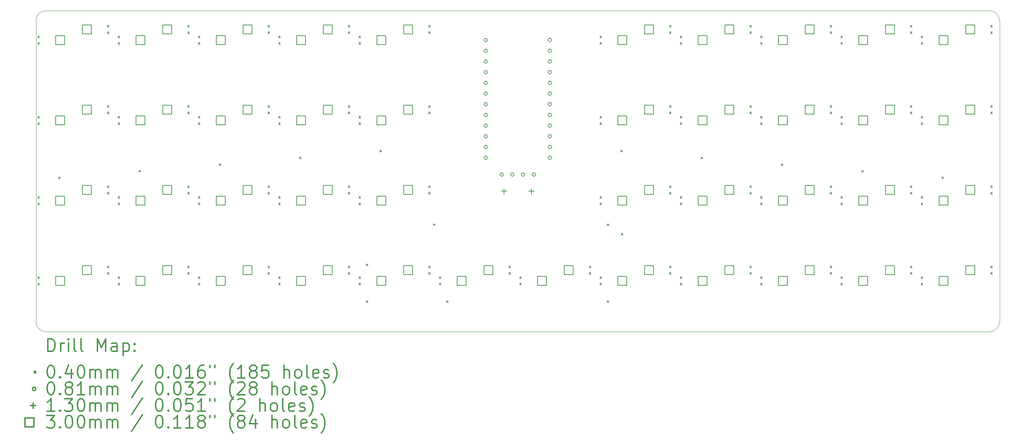
<source format=gbr>
%FSLAX45Y45*%
G04 Gerber Fmt 4.5, Leading zero omitted, Abs format (unit mm)*
G04 Created by KiCad (PCBNEW 5.1.9+dfsg1-1) date 2022-03-28 16:07:04*
%MOMM*%
%LPD*%
G01*
G04 APERTURE LIST*
%TA.AperFunction,Profile*%
%ADD10C,0.050000*%
%TD*%
%ADD11C,0.200000*%
%ADD12C,0.300000*%
G04 APERTURE END LIST*
D10*
X3413125Y-10795000D02*
X25796875Y-10795000D01*
X3175000Y-3413125D02*
X3175000Y-10556875D01*
X25796875Y-3175000D02*
X3413125Y-3175000D01*
X26035000Y-10556875D02*
X26035000Y-3413125D01*
X26035000Y-10556875D02*
G75*
G02*
X25796875Y-10795000I-238125J0D01*
G01*
X3413125Y-10795000D02*
G75*
G02*
X3175000Y-10556875I0J238125D01*
G01*
X3175000Y-3413125D02*
G75*
G02*
X3413125Y-3175000I238125J0D01*
G01*
X25796875Y-3175000D02*
G75*
G02*
X26035000Y-3413125I0J-238125D01*
G01*
D11*
X3218500Y-3777300D02*
X3258500Y-3817300D01*
X3258500Y-3777300D02*
X3218500Y-3817300D01*
X3218500Y-3929700D02*
X3258500Y-3969700D01*
X3258500Y-3929700D02*
X3218500Y-3969700D01*
X3218500Y-5682300D02*
X3258500Y-5722300D01*
X3258500Y-5682300D02*
X3218500Y-5722300D01*
X3218500Y-5834700D02*
X3258500Y-5874700D01*
X3258500Y-5834700D02*
X3218500Y-5874700D01*
X3218500Y-7587300D02*
X3258500Y-7627300D01*
X3258500Y-7587300D02*
X3218500Y-7627300D01*
X3218500Y-7739700D02*
X3258500Y-7779700D01*
X3258500Y-7739700D02*
X3218500Y-7779700D01*
X3218500Y-9492300D02*
X3258500Y-9532300D01*
X3258500Y-9492300D02*
X3218500Y-9532300D01*
X3218500Y-9644700D02*
X3258500Y-9684700D01*
X3258500Y-9644700D02*
X3218500Y-9684700D01*
X3710625Y-7123750D02*
X3750625Y-7163750D01*
X3750625Y-7123750D02*
X3710625Y-7163750D01*
X4869500Y-3523300D02*
X4909500Y-3563300D01*
X4909500Y-3523300D02*
X4869500Y-3563300D01*
X4869500Y-3675700D02*
X4909500Y-3715700D01*
X4909500Y-3675700D02*
X4869500Y-3715700D01*
X4869500Y-5428300D02*
X4909500Y-5468300D01*
X4909500Y-5428300D02*
X4869500Y-5468300D01*
X4869500Y-5580700D02*
X4909500Y-5620700D01*
X4909500Y-5580700D02*
X4869500Y-5620700D01*
X4869500Y-7333300D02*
X4909500Y-7373300D01*
X4909500Y-7333300D02*
X4869500Y-7373300D01*
X4869500Y-7485700D02*
X4909500Y-7525700D01*
X4909500Y-7485700D02*
X4869500Y-7525700D01*
X4869500Y-9238300D02*
X4909500Y-9278300D01*
X4909500Y-9238300D02*
X4869500Y-9278300D01*
X4869500Y-9390700D02*
X4909500Y-9430700D01*
X4909500Y-9390700D02*
X4869500Y-9430700D01*
X5123500Y-3777300D02*
X5163500Y-3817300D01*
X5163500Y-3777300D02*
X5123500Y-3817300D01*
X5123500Y-3929700D02*
X5163500Y-3969700D01*
X5163500Y-3929700D02*
X5123500Y-3969700D01*
X5123500Y-5682300D02*
X5163500Y-5722300D01*
X5163500Y-5682300D02*
X5123500Y-5722300D01*
X5123500Y-5834700D02*
X5163500Y-5874700D01*
X5163500Y-5834700D02*
X5123500Y-5874700D01*
X5123500Y-7587300D02*
X5163500Y-7627300D01*
X5163500Y-7587300D02*
X5123500Y-7627300D01*
X5123500Y-7739700D02*
X5163500Y-7779700D01*
X5163500Y-7739700D02*
X5123500Y-7779700D01*
X5123500Y-9492300D02*
X5163500Y-9532300D01*
X5163500Y-9492300D02*
X5123500Y-9532300D01*
X5123500Y-9644700D02*
X5163500Y-9684700D01*
X5163500Y-9644700D02*
X5123500Y-9684700D01*
X5615625Y-6965000D02*
X5655625Y-7005000D01*
X5655625Y-6965000D02*
X5615625Y-7005000D01*
X6774500Y-3523300D02*
X6814500Y-3563300D01*
X6814500Y-3523300D02*
X6774500Y-3563300D01*
X6774500Y-3675700D02*
X6814500Y-3715700D01*
X6814500Y-3675700D02*
X6774500Y-3715700D01*
X6774500Y-5428300D02*
X6814500Y-5468300D01*
X6814500Y-5428300D02*
X6774500Y-5468300D01*
X6774500Y-5580700D02*
X6814500Y-5620700D01*
X6814500Y-5580700D02*
X6774500Y-5620700D01*
X6774500Y-7333300D02*
X6814500Y-7373300D01*
X6814500Y-7333300D02*
X6774500Y-7373300D01*
X6774500Y-7485700D02*
X6814500Y-7525700D01*
X6814500Y-7485700D02*
X6774500Y-7525700D01*
X6774500Y-9238300D02*
X6814500Y-9278300D01*
X6814500Y-9238300D02*
X6774500Y-9278300D01*
X6774500Y-9390700D02*
X6814500Y-9430700D01*
X6814500Y-9390700D02*
X6774500Y-9430700D01*
X7028500Y-3777300D02*
X7068500Y-3817300D01*
X7068500Y-3777300D02*
X7028500Y-3817300D01*
X7028500Y-3929700D02*
X7068500Y-3969700D01*
X7068500Y-3929700D02*
X7028500Y-3969700D01*
X7028500Y-5682300D02*
X7068500Y-5722300D01*
X7068500Y-5682300D02*
X7028500Y-5722300D01*
X7028500Y-5834700D02*
X7068500Y-5874700D01*
X7068500Y-5834700D02*
X7028500Y-5874700D01*
X7028500Y-7587300D02*
X7068500Y-7627300D01*
X7068500Y-7587300D02*
X7028500Y-7627300D01*
X7028500Y-7739700D02*
X7068500Y-7779700D01*
X7068500Y-7739700D02*
X7028500Y-7779700D01*
X7028500Y-9492300D02*
X7068500Y-9532300D01*
X7068500Y-9492300D02*
X7028500Y-9532300D01*
X7028500Y-9644700D02*
X7068500Y-9684700D01*
X7068500Y-9644700D02*
X7028500Y-9684700D01*
X7520625Y-6806250D02*
X7560625Y-6846250D01*
X7560625Y-6806250D02*
X7520625Y-6846250D01*
X8679500Y-3523300D02*
X8719500Y-3563300D01*
X8719500Y-3523300D02*
X8679500Y-3563300D01*
X8679500Y-3675700D02*
X8719500Y-3715700D01*
X8719500Y-3675700D02*
X8679500Y-3715700D01*
X8679500Y-5428300D02*
X8719500Y-5468300D01*
X8719500Y-5428300D02*
X8679500Y-5468300D01*
X8679500Y-5580700D02*
X8719500Y-5620700D01*
X8719500Y-5580700D02*
X8679500Y-5620700D01*
X8679500Y-7333300D02*
X8719500Y-7373300D01*
X8719500Y-7333300D02*
X8679500Y-7373300D01*
X8679500Y-7485700D02*
X8719500Y-7525700D01*
X8719500Y-7485700D02*
X8679500Y-7525700D01*
X8679500Y-9238300D02*
X8719500Y-9278300D01*
X8719500Y-9238300D02*
X8679500Y-9278300D01*
X8679500Y-9390700D02*
X8719500Y-9430700D01*
X8719500Y-9390700D02*
X8679500Y-9430700D01*
X8933500Y-3777300D02*
X8973500Y-3817300D01*
X8973500Y-3777300D02*
X8933500Y-3817300D01*
X8933500Y-3929700D02*
X8973500Y-3969700D01*
X8973500Y-3929700D02*
X8933500Y-3969700D01*
X8933500Y-5682300D02*
X8973500Y-5722300D01*
X8973500Y-5682300D02*
X8933500Y-5722300D01*
X8933500Y-5834700D02*
X8973500Y-5874700D01*
X8973500Y-5834700D02*
X8933500Y-5874700D01*
X8933500Y-7587300D02*
X8973500Y-7627300D01*
X8973500Y-7587300D02*
X8933500Y-7627300D01*
X8933500Y-7739700D02*
X8973500Y-7779700D01*
X8973500Y-7739700D02*
X8933500Y-7779700D01*
X8933500Y-9492300D02*
X8973500Y-9532300D01*
X8973500Y-9492300D02*
X8933500Y-9532300D01*
X8933500Y-9644700D02*
X8973500Y-9684700D01*
X8973500Y-9644700D02*
X8933500Y-9684700D01*
X9425625Y-6647500D02*
X9465625Y-6687500D01*
X9465625Y-6647500D02*
X9425625Y-6687500D01*
X10584500Y-3523300D02*
X10624500Y-3563300D01*
X10624500Y-3523300D02*
X10584500Y-3563300D01*
X10584500Y-3675700D02*
X10624500Y-3715700D01*
X10624500Y-3675700D02*
X10584500Y-3715700D01*
X10584500Y-5428300D02*
X10624500Y-5468300D01*
X10624500Y-5428300D02*
X10584500Y-5468300D01*
X10584500Y-5580700D02*
X10624500Y-5620700D01*
X10624500Y-5580700D02*
X10584500Y-5620700D01*
X10584500Y-7333300D02*
X10624500Y-7373300D01*
X10624500Y-7333300D02*
X10584500Y-7373300D01*
X10584500Y-7485700D02*
X10624500Y-7525700D01*
X10624500Y-7485700D02*
X10584500Y-7525700D01*
X10584500Y-9238300D02*
X10624500Y-9278300D01*
X10624500Y-9238300D02*
X10584500Y-9278300D01*
X10584500Y-9390700D02*
X10624500Y-9430700D01*
X10624500Y-9390700D02*
X10584500Y-9430700D01*
X10838500Y-3777300D02*
X10878500Y-3817300D01*
X10878500Y-3777300D02*
X10838500Y-3817300D01*
X10838500Y-3929700D02*
X10878500Y-3969700D01*
X10878500Y-3929700D02*
X10838500Y-3969700D01*
X10838500Y-5682300D02*
X10878500Y-5722300D01*
X10878500Y-5682300D02*
X10838500Y-5722300D01*
X10838500Y-5834700D02*
X10878500Y-5874700D01*
X10878500Y-5834700D02*
X10838500Y-5874700D01*
X10838500Y-7587300D02*
X10878500Y-7627300D01*
X10878500Y-7587300D02*
X10838500Y-7627300D01*
X10838500Y-7739700D02*
X10878500Y-7779700D01*
X10878500Y-7739700D02*
X10838500Y-7779700D01*
X10838500Y-9492300D02*
X10878500Y-9532300D01*
X10878500Y-9492300D02*
X10838500Y-9532300D01*
X10838500Y-9644700D02*
X10878500Y-9684700D01*
X10878500Y-9644700D02*
X10838500Y-9684700D01*
X11013125Y-9187500D02*
X11053125Y-9227500D01*
X11053125Y-9187500D02*
X11013125Y-9227500D01*
X11013125Y-10060625D02*
X11053125Y-10100625D01*
X11053125Y-10060625D02*
X11013125Y-10100625D01*
X11330625Y-6488750D02*
X11370625Y-6528750D01*
X11370625Y-6488750D02*
X11330625Y-6528750D01*
X12489500Y-3523300D02*
X12529500Y-3563300D01*
X12529500Y-3523300D02*
X12489500Y-3563300D01*
X12489500Y-3675700D02*
X12529500Y-3715700D01*
X12529500Y-3675700D02*
X12489500Y-3715700D01*
X12489500Y-5428300D02*
X12529500Y-5468300D01*
X12529500Y-5428300D02*
X12489500Y-5468300D01*
X12489500Y-5580700D02*
X12529500Y-5620700D01*
X12529500Y-5580700D02*
X12489500Y-5620700D01*
X12489500Y-7333300D02*
X12529500Y-7373300D01*
X12529500Y-7333300D02*
X12489500Y-7373300D01*
X12489500Y-7485700D02*
X12529500Y-7525700D01*
X12529500Y-7485700D02*
X12489500Y-7525700D01*
X12489500Y-9238300D02*
X12529500Y-9278300D01*
X12529500Y-9238300D02*
X12489500Y-9278300D01*
X12489500Y-9390700D02*
X12529500Y-9430700D01*
X12529500Y-9390700D02*
X12489500Y-9430700D01*
X12600625Y-8235000D02*
X12640625Y-8275000D01*
X12640625Y-8235000D02*
X12600625Y-8275000D01*
X12743500Y-9492300D02*
X12783500Y-9532300D01*
X12783500Y-9492300D02*
X12743500Y-9532300D01*
X12743500Y-9644700D02*
X12783500Y-9684700D01*
X12783500Y-9644700D02*
X12743500Y-9684700D01*
X12918125Y-10060625D02*
X12958125Y-10100625D01*
X12958125Y-10060625D02*
X12918125Y-10100625D01*
X14394500Y-9238300D02*
X14434500Y-9278300D01*
X14434500Y-9238300D02*
X14394500Y-9278300D01*
X14394500Y-9390700D02*
X14434500Y-9430700D01*
X14434500Y-9390700D02*
X14394500Y-9430700D01*
X14648500Y-9492300D02*
X14688500Y-9532300D01*
X14688500Y-9492300D02*
X14648500Y-9532300D01*
X14648500Y-9644700D02*
X14688500Y-9684700D01*
X14688500Y-9644700D02*
X14648500Y-9684700D01*
X16299500Y-9238300D02*
X16339500Y-9278300D01*
X16339500Y-9238300D02*
X16299500Y-9278300D01*
X16299500Y-9390700D02*
X16339500Y-9430700D01*
X16339500Y-9390700D02*
X16299500Y-9430700D01*
X16553500Y-3777300D02*
X16593500Y-3817300D01*
X16593500Y-3777300D02*
X16553500Y-3817300D01*
X16553500Y-3929700D02*
X16593500Y-3969700D01*
X16593500Y-3929700D02*
X16553500Y-3969700D01*
X16553500Y-5682300D02*
X16593500Y-5722300D01*
X16593500Y-5682300D02*
X16553500Y-5722300D01*
X16553500Y-5834700D02*
X16593500Y-5874700D01*
X16593500Y-5834700D02*
X16553500Y-5874700D01*
X16553500Y-7587300D02*
X16593500Y-7627300D01*
X16593500Y-7587300D02*
X16553500Y-7627300D01*
X16553500Y-7739700D02*
X16593500Y-7779700D01*
X16593500Y-7739700D02*
X16553500Y-7779700D01*
X16553500Y-9492300D02*
X16593500Y-9532300D01*
X16593500Y-9492300D02*
X16553500Y-9532300D01*
X16553500Y-9644700D02*
X16593500Y-9684700D01*
X16593500Y-9644700D02*
X16553500Y-9684700D01*
X16728125Y-8235000D02*
X16768125Y-8275000D01*
X16768125Y-8235000D02*
X16728125Y-8275000D01*
X16728125Y-10060625D02*
X16768125Y-10100625D01*
X16768125Y-10060625D02*
X16728125Y-10100625D01*
X17045625Y-6488750D02*
X17085625Y-6528750D01*
X17085625Y-6488750D02*
X17045625Y-6528750D01*
X17061500Y-8457250D02*
X17101500Y-8497250D01*
X17101500Y-8457250D02*
X17061500Y-8497250D01*
X18204500Y-3523300D02*
X18244500Y-3563300D01*
X18244500Y-3523300D02*
X18204500Y-3563300D01*
X18204500Y-3675700D02*
X18244500Y-3715700D01*
X18244500Y-3675700D02*
X18204500Y-3715700D01*
X18204500Y-5428300D02*
X18244500Y-5468300D01*
X18244500Y-5428300D02*
X18204500Y-5468300D01*
X18204500Y-5580700D02*
X18244500Y-5620700D01*
X18244500Y-5580700D02*
X18204500Y-5620700D01*
X18204500Y-7333300D02*
X18244500Y-7373300D01*
X18244500Y-7333300D02*
X18204500Y-7373300D01*
X18204500Y-7485700D02*
X18244500Y-7525700D01*
X18244500Y-7485700D02*
X18204500Y-7525700D01*
X18204500Y-9238300D02*
X18244500Y-9278300D01*
X18244500Y-9238300D02*
X18204500Y-9278300D01*
X18204500Y-9390700D02*
X18244500Y-9430700D01*
X18244500Y-9390700D02*
X18204500Y-9430700D01*
X18458500Y-3777300D02*
X18498500Y-3817300D01*
X18498500Y-3777300D02*
X18458500Y-3817300D01*
X18458500Y-3929700D02*
X18498500Y-3969700D01*
X18498500Y-3929700D02*
X18458500Y-3969700D01*
X18458500Y-5682300D02*
X18498500Y-5722300D01*
X18498500Y-5682300D02*
X18458500Y-5722300D01*
X18458500Y-5834700D02*
X18498500Y-5874700D01*
X18498500Y-5834700D02*
X18458500Y-5874700D01*
X18458500Y-7587300D02*
X18498500Y-7627300D01*
X18498500Y-7587300D02*
X18458500Y-7627300D01*
X18458500Y-7739700D02*
X18498500Y-7779700D01*
X18498500Y-7739700D02*
X18458500Y-7779700D01*
X18458500Y-9492300D02*
X18498500Y-9532300D01*
X18498500Y-9492300D02*
X18458500Y-9532300D01*
X18458500Y-9644700D02*
X18498500Y-9684700D01*
X18498500Y-9644700D02*
X18458500Y-9684700D01*
X18950625Y-6647500D02*
X18990625Y-6687500D01*
X18990625Y-6647500D02*
X18950625Y-6687500D01*
X20109500Y-3523300D02*
X20149500Y-3563300D01*
X20149500Y-3523300D02*
X20109500Y-3563300D01*
X20109500Y-3675700D02*
X20149500Y-3715700D01*
X20149500Y-3675700D02*
X20109500Y-3715700D01*
X20109500Y-5428300D02*
X20149500Y-5468300D01*
X20149500Y-5428300D02*
X20109500Y-5468300D01*
X20109500Y-5580700D02*
X20149500Y-5620700D01*
X20149500Y-5580700D02*
X20109500Y-5620700D01*
X20109500Y-7333300D02*
X20149500Y-7373300D01*
X20149500Y-7333300D02*
X20109500Y-7373300D01*
X20109500Y-7485700D02*
X20149500Y-7525700D01*
X20149500Y-7485700D02*
X20109500Y-7525700D01*
X20109500Y-9238300D02*
X20149500Y-9278300D01*
X20149500Y-9238300D02*
X20109500Y-9278300D01*
X20109500Y-9390700D02*
X20149500Y-9430700D01*
X20149500Y-9390700D02*
X20109500Y-9430700D01*
X20363500Y-3777300D02*
X20403500Y-3817300D01*
X20403500Y-3777300D02*
X20363500Y-3817300D01*
X20363500Y-3929700D02*
X20403500Y-3969700D01*
X20403500Y-3929700D02*
X20363500Y-3969700D01*
X20363500Y-5682300D02*
X20403500Y-5722300D01*
X20403500Y-5682300D02*
X20363500Y-5722300D01*
X20363500Y-5834700D02*
X20403500Y-5874700D01*
X20403500Y-5834700D02*
X20363500Y-5874700D01*
X20363500Y-7587300D02*
X20403500Y-7627300D01*
X20403500Y-7587300D02*
X20363500Y-7627300D01*
X20363500Y-7739700D02*
X20403500Y-7779700D01*
X20403500Y-7739700D02*
X20363500Y-7779700D01*
X20363500Y-9492300D02*
X20403500Y-9532300D01*
X20403500Y-9492300D02*
X20363500Y-9532300D01*
X20363500Y-9644700D02*
X20403500Y-9684700D01*
X20403500Y-9644700D02*
X20363500Y-9684700D01*
X20855625Y-6806250D02*
X20895625Y-6846250D01*
X20895625Y-6806250D02*
X20855625Y-6846250D01*
X22014500Y-3523300D02*
X22054500Y-3563300D01*
X22054500Y-3523300D02*
X22014500Y-3563300D01*
X22014500Y-3675700D02*
X22054500Y-3715700D01*
X22054500Y-3675700D02*
X22014500Y-3715700D01*
X22014500Y-5428300D02*
X22054500Y-5468300D01*
X22054500Y-5428300D02*
X22014500Y-5468300D01*
X22014500Y-5580700D02*
X22054500Y-5620700D01*
X22054500Y-5580700D02*
X22014500Y-5620700D01*
X22014500Y-7333300D02*
X22054500Y-7373300D01*
X22054500Y-7333300D02*
X22014500Y-7373300D01*
X22014500Y-7485700D02*
X22054500Y-7525700D01*
X22054500Y-7485700D02*
X22014500Y-7525700D01*
X22014500Y-9238300D02*
X22054500Y-9278300D01*
X22054500Y-9238300D02*
X22014500Y-9278300D01*
X22014500Y-9390700D02*
X22054500Y-9430700D01*
X22054500Y-9390700D02*
X22014500Y-9430700D01*
X22268500Y-3777300D02*
X22308500Y-3817300D01*
X22308500Y-3777300D02*
X22268500Y-3817300D01*
X22268500Y-3929700D02*
X22308500Y-3969700D01*
X22308500Y-3929700D02*
X22268500Y-3969700D01*
X22268500Y-5682300D02*
X22308500Y-5722300D01*
X22308500Y-5682300D02*
X22268500Y-5722300D01*
X22268500Y-5834700D02*
X22308500Y-5874700D01*
X22308500Y-5834700D02*
X22268500Y-5874700D01*
X22268500Y-7587300D02*
X22308500Y-7627300D01*
X22308500Y-7587300D02*
X22268500Y-7627300D01*
X22268500Y-7739700D02*
X22308500Y-7779700D01*
X22308500Y-7739700D02*
X22268500Y-7779700D01*
X22268500Y-9492300D02*
X22308500Y-9532300D01*
X22308500Y-9492300D02*
X22268500Y-9532300D01*
X22268500Y-9644700D02*
X22308500Y-9684700D01*
X22308500Y-9644700D02*
X22268500Y-9684700D01*
X22760625Y-6965000D02*
X22800625Y-7005000D01*
X22800625Y-6965000D02*
X22760625Y-7005000D01*
X23919500Y-3523300D02*
X23959500Y-3563300D01*
X23959500Y-3523300D02*
X23919500Y-3563300D01*
X23919500Y-3675700D02*
X23959500Y-3715700D01*
X23959500Y-3675700D02*
X23919500Y-3715700D01*
X23919500Y-5428300D02*
X23959500Y-5468300D01*
X23959500Y-5428300D02*
X23919500Y-5468300D01*
X23919500Y-5580700D02*
X23959500Y-5620700D01*
X23959500Y-5580700D02*
X23919500Y-5620700D01*
X23919500Y-7333300D02*
X23959500Y-7373300D01*
X23959500Y-7333300D02*
X23919500Y-7373300D01*
X23919500Y-7485700D02*
X23959500Y-7525700D01*
X23959500Y-7485700D02*
X23919500Y-7525700D01*
X23919500Y-9238300D02*
X23959500Y-9278300D01*
X23959500Y-9238300D02*
X23919500Y-9278300D01*
X23919500Y-9390700D02*
X23959500Y-9430700D01*
X23959500Y-9390700D02*
X23919500Y-9430700D01*
X24173500Y-3777300D02*
X24213500Y-3817300D01*
X24213500Y-3777300D02*
X24173500Y-3817300D01*
X24173500Y-3929700D02*
X24213500Y-3969700D01*
X24213500Y-3929700D02*
X24173500Y-3969700D01*
X24173500Y-5682300D02*
X24213500Y-5722300D01*
X24213500Y-5682300D02*
X24173500Y-5722300D01*
X24173500Y-5834700D02*
X24213500Y-5874700D01*
X24213500Y-5834700D02*
X24173500Y-5874700D01*
X24173500Y-7587300D02*
X24213500Y-7627300D01*
X24213500Y-7587300D02*
X24173500Y-7627300D01*
X24173500Y-7739700D02*
X24213500Y-7779700D01*
X24213500Y-7739700D02*
X24173500Y-7779700D01*
X24173500Y-9492300D02*
X24213500Y-9532300D01*
X24213500Y-9492300D02*
X24173500Y-9532300D01*
X24173500Y-9644700D02*
X24213500Y-9684700D01*
X24213500Y-9644700D02*
X24173500Y-9684700D01*
X24665625Y-7123750D02*
X24705625Y-7163750D01*
X24705625Y-7123750D02*
X24665625Y-7163750D01*
X25824500Y-3523300D02*
X25864500Y-3563300D01*
X25864500Y-3523300D02*
X25824500Y-3563300D01*
X25824500Y-3675700D02*
X25864500Y-3715700D01*
X25864500Y-3675700D02*
X25824500Y-3715700D01*
X25824500Y-5428300D02*
X25864500Y-5468300D01*
X25864500Y-5428300D02*
X25824500Y-5468300D01*
X25824500Y-5580700D02*
X25864500Y-5620700D01*
X25864500Y-5580700D02*
X25824500Y-5620700D01*
X25824500Y-7333300D02*
X25864500Y-7373300D01*
X25864500Y-7333300D02*
X25824500Y-7373300D01*
X25824500Y-7485700D02*
X25864500Y-7525700D01*
X25864500Y-7485700D02*
X25824500Y-7525700D01*
X25824500Y-9238300D02*
X25864500Y-9278300D01*
X25864500Y-9238300D02*
X25824500Y-9278300D01*
X25824500Y-9390700D02*
X25864500Y-9430700D01*
X25864500Y-9390700D02*
X25824500Y-9430700D01*
X13884780Y-3870325D02*
G75*
G03*
X13884780Y-3870325I-40640J0D01*
G01*
X13884780Y-4124325D02*
G75*
G03*
X13884780Y-4124325I-40640J0D01*
G01*
X13884780Y-4378325D02*
G75*
G03*
X13884780Y-4378325I-40640J0D01*
G01*
X13884780Y-4632325D02*
G75*
G03*
X13884780Y-4632325I-40640J0D01*
G01*
X13884780Y-4886325D02*
G75*
G03*
X13884780Y-4886325I-40640J0D01*
G01*
X13884780Y-5140325D02*
G75*
G03*
X13884780Y-5140325I-40640J0D01*
G01*
X13884780Y-5394325D02*
G75*
G03*
X13884780Y-5394325I-40640J0D01*
G01*
X13884780Y-5648325D02*
G75*
G03*
X13884780Y-5648325I-40640J0D01*
G01*
X13884780Y-5902325D02*
G75*
G03*
X13884780Y-5902325I-40640J0D01*
G01*
X13884780Y-6156325D02*
G75*
G03*
X13884780Y-6156325I-40640J0D01*
G01*
X13884780Y-6410325D02*
G75*
G03*
X13884780Y-6410325I-40640J0D01*
G01*
X13884780Y-6664325D02*
G75*
G03*
X13884780Y-6664325I-40640J0D01*
G01*
X14264640Y-7064375D02*
G75*
G03*
X14264640Y-7064375I-40640J0D01*
G01*
X14518640Y-7064375D02*
G75*
G03*
X14518640Y-7064375I-40640J0D01*
G01*
X14772640Y-7064375D02*
G75*
G03*
X14772640Y-7064375I-40640J0D01*
G01*
X15026640Y-7064375D02*
G75*
G03*
X15026640Y-7064375I-40640J0D01*
G01*
X15406780Y-3870325D02*
G75*
G03*
X15406780Y-3870325I-40640J0D01*
G01*
X15406780Y-4124325D02*
G75*
G03*
X15406780Y-4124325I-40640J0D01*
G01*
X15406780Y-4378325D02*
G75*
G03*
X15406780Y-4378325I-40640J0D01*
G01*
X15406780Y-4632325D02*
G75*
G03*
X15406780Y-4632325I-40640J0D01*
G01*
X15406780Y-4886325D02*
G75*
G03*
X15406780Y-4886325I-40640J0D01*
G01*
X15406780Y-5140325D02*
G75*
G03*
X15406780Y-5140325I-40640J0D01*
G01*
X15406780Y-5394325D02*
G75*
G03*
X15406780Y-5394325I-40640J0D01*
G01*
X15406780Y-5648325D02*
G75*
G03*
X15406780Y-5648325I-40640J0D01*
G01*
X15406780Y-5902325D02*
G75*
G03*
X15406780Y-5902325I-40640J0D01*
G01*
X15406780Y-6156325D02*
G75*
G03*
X15406780Y-6156325I-40640J0D01*
G01*
X15406780Y-6410325D02*
G75*
G03*
X15406780Y-6410325I-40640J0D01*
G01*
X15406780Y-6664325D02*
G75*
G03*
X15406780Y-6664325I-40640J0D01*
G01*
X14280000Y-7396250D02*
X14280000Y-7526250D01*
X14215000Y-7461250D02*
X14345000Y-7461250D01*
X14930000Y-7396250D02*
X14930000Y-7526250D01*
X14865000Y-7461250D02*
X14995000Y-7461250D01*
X3852567Y-3979567D02*
X3852567Y-3767433D01*
X3640433Y-3767433D01*
X3640433Y-3979567D01*
X3852567Y-3979567D01*
X3852567Y-5884567D02*
X3852567Y-5672433D01*
X3640433Y-5672433D01*
X3640433Y-5884567D01*
X3852567Y-5884567D01*
X3852567Y-7789567D02*
X3852567Y-7577433D01*
X3640433Y-7577433D01*
X3640433Y-7789567D01*
X3852567Y-7789567D01*
X3852567Y-9694567D02*
X3852567Y-9482433D01*
X3640433Y-9482433D01*
X3640433Y-9694567D01*
X3852567Y-9694567D01*
X4487567Y-3725567D02*
X4487567Y-3513433D01*
X4275433Y-3513433D01*
X4275433Y-3725567D01*
X4487567Y-3725567D01*
X4487567Y-5630567D02*
X4487567Y-5418433D01*
X4275433Y-5418433D01*
X4275433Y-5630567D01*
X4487567Y-5630567D01*
X4487567Y-7535567D02*
X4487567Y-7323433D01*
X4275433Y-7323433D01*
X4275433Y-7535567D01*
X4487567Y-7535567D01*
X4487567Y-9440567D02*
X4487567Y-9228433D01*
X4275433Y-9228433D01*
X4275433Y-9440567D01*
X4487567Y-9440567D01*
X5757567Y-3979567D02*
X5757567Y-3767433D01*
X5545433Y-3767433D01*
X5545433Y-3979567D01*
X5757567Y-3979567D01*
X5757567Y-5884567D02*
X5757567Y-5672433D01*
X5545433Y-5672433D01*
X5545433Y-5884567D01*
X5757567Y-5884567D01*
X5757567Y-7789567D02*
X5757567Y-7577433D01*
X5545433Y-7577433D01*
X5545433Y-7789567D01*
X5757567Y-7789567D01*
X5757567Y-9694567D02*
X5757567Y-9482433D01*
X5545433Y-9482433D01*
X5545433Y-9694567D01*
X5757567Y-9694567D01*
X6392567Y-3725567D02*
X6392567Y-3513433D01*
X6180433Y-3513433D01*
X6180433Y-3725567D01*
X6392567Y-3725567D01*
X6392567Y-5630567D02*
X6392567Y-5418433D01*
X6180433Y-5418433D01*
X6180433Y-5630567D01*
X6392567Y-5630567D01*
X6392567Y-7535567D02*
X6392567Y-7323433D01*
X6180433Y-7323433D01*
X6180433Y-7535567D01*
X6392567Y-7535567D01*
X6392567Y-9440567D02*
X6392567Y-9228433D01*
X6180433Y-9228433D01*
X6180433Y-9440567D01*
X6392567Y-9440567D01*
X7662567Y-3979567D02*
X7662567Y-3767433D01*
X7450433Y-3767433D01*
X7450433Y-3979567D01*
X7662567Y-3979567D01*
X7662567Y-5884567D02*
X7662567Y-5672433D01*
X7450433Y-5672433D01*
X7450433Y-5884567D01*
X7662567Y-5884567D01*
X7662567Y-7789567D02*
X7662567Y-7577433D01*
X7450433Y-7577433D01*
X7450433Y-7789567D01*
X7662567Y-7789567D01*
X7662567Y-9694567D02*
X7662567Y-9482433D01*
X7450433Y-9482433D01*
X7450433Y-9694567D01*
X7662567Y-9694567D01*
X8297567Y-3725567D02*
X8297567Y-3513433D01*
X8085433Y-3513433D01*
X8085433Y-3725567D01*
X8297567Y-3725567D01*
X8297567Y-5630567D02*
X8297567Y-5418433D01*
X8085433Y-5418433D01*
X8085433Y-5630567D01*
X8297567Y-5630567D01*
X8297567Y-7535567D02*
X8297567Y-7323433D01*
X8085433Y-7323433D01*
X8085433Y-7535567D01*
X8297567Y-7535567D01*
X8297567Y-9440567D02*
X8297567Y-9228433D01*
X8085433Y-9228433D01*
X8085433Y-9440567D01*
X8297567Y-9440567D01*
X9567567Y-3979567D02*
X9567567Y-3767433D01*
X9355433Y-3767433D01*
X9355433Y-3979567D01*
X9567567Y-3979567D01*
X9567567Y-5884567D02*
X9567567Y-5672433D01*
X9355433Y-5672433D01*
X9355433Y-5884567D01*
X9567567Y-5884567D01*
X9567567Y-7789567D02*
X9567567Y-7577433D01*
X9355433Y-7577433D01*
X9355433Y-7789567D01*
X9567567Y-7789567D01*
X9567567Y-9694567D02*
X9567567Y-9482433D01*
X9355433Y-9482433D01*
X9355433Y-9694567D01*
X9567567Y-9694567D01*
X10202567Y-3725567D02*
X10202567Y-3513433D01*
X9990433Y-3513433D01*
X9990433Y-3725567D01*
X10202567Y-3725567D01*
X10202567Y-5630567D02*
X10202567Y-5418433D01*
X9990433Y-5418433D01*
X9990433Y-5630567D01*
X10202567Y-5630567D01*
X10202567Y-7535567D02*
X10202567Y-7323433D01*
X9990433Y-7323433D01*
X9990433Y-7535567D01*
X10202567Y-7535567D01*
X10202567Y-9440567D02*
X10202567Y-9228433D01*
X9990433Y-9228433D01*
X9990433Y-9440567D01*
X10202567Y-9440567D01*
X11472567Y-3979567D02*
X11472567Y-3767433D01*
X11260433Y-3767433D01*
X11260433Y-3979567D01*
X11472567Y-3979567D01*
X11472567Y-5884567D02*
X11472567Y-5672433D01*
X11260433Y-5672433D01*
X11260433Y-5884567D01*
X11472567Y-5884567D01*
X11472567Y-7789567D02*
X11472567Y-7577433D01*
X11260433Y-7577433D01*
X11260433Y-7789567D01*
X11472567Y-7789567D01*
X11472567Y-9694567D02*
X11472567Y-9482433D01*
X11260433Y-9482433D01*
X11260433Y-9694567D01*
X11472567Y-9694567D01*
X12107567Y-3725567D02*
X12107567Y-3513433D01*
X11895433Y-3513433D01*
X11895433Y-3725567D01*
X12107567Y-3725567D01*
X12107567Y-5630567D02*
X12107567Y-5418433D01*
X11895433Y-5418433D01*
X11895433Y-5630567D01*
X12107567Y-5630567D01*
X12107567Y-7535567D02*
X12107567Y-7323433D01*
X11895433Y-7323433D01*
X11895433Y-7535567D01*
X12107567Y-7535567D01*
X12107567Y-9440567D02*
X12107567Y-9228433D01*
X11895433Y-9228433D01*
X11895433Y-9440567D01*
X12107567Y-9440567D01*
X13377567Y-9694567D02*
X13377567Y-9482433D01*
X13165433Y-9482433D01*
X13165433Y-9694567D01*
X13377567Y-9694567D01*
X14012567Y-9440567D02*
X14012567Y-9228433D01*
X13800433Y-9228433D01*
X13800433Y-9440567D01*
X14012567Y-9440567D01*
X15282567Y-9694567D02*
X15282567Y-9482433D01*
X15070433Y-9482433D01*
X15070433Y-9694567D01*
X15282567Y-9694567D01*
X15917567Y-9440567D02*
X15917567Y-9228433D01*
X15705433Y-9228433D01*
X15705433Y-9440567D01*
X15917567Y-9440567D01*
X17187567Y-3979567D02*
X17187567Y-3767433D01*
X16975433Y-3767433D01*
X16975433Y-3979567D01*
X17187567Y-3979567D01*
X17187567Y-5884567D02*
X17187567Y-5672433D01*
X16975433Y-5672433D01*
X16975433Y-5884567D01*
X17187567Y-5884567D01*
X17187567Y-7789567D02*
X17187567Y-7577433D01*
X16975433Y-7577433D01*
X16975433Y-7789567D01*
X17187567Y-7789567D01*
X17187567Y-9694567D02*
X17187567Y-9482433D01*
X16975433Y-9482433D01*
X16975433Y-9694567D01*
X17187567Y-9694567D01*
X17822567Y-3725567D02*
X17822567Y-3513433D01*
X17610433Y-3513433D01*
X17610433Y-3725567D01*
X17822567Y-3725567D01*
X17822567Y-5630567D02*
X17822567Y-5418433D01*
X17610433Y-5418433D01*
X17610433Y-5630567D01*
X17822567Y-5630567D01*
X17822567Y-7535567D02*
X17822567Y-7323433D01*
X17610433Y-7323433D01*
X17610433Y-7535567D01*
X17822567Y-7535567D01*
X17822567Y-9440567D02*
X17822567Y-9228433D01*
X17610433Y-9228433D01*
X17610433Y-9440567D01*
X17822567Y-9440567D01*
X19092567Y-3979567D02*
X19092567Y-3767433D01*
X18880433Y-3767433D01*
X18880433Y-3979567D01*
X19092567Y-3979567D01*
X19092567Y-5884567D02*
X19092567Y-5672433D01*
X18880433Y-5672433D01*
X18880433Y-5884567D01*
X19092567Y-5884567D01*
X19092567Y-7789567D02*
X19092567Y-7577433D01*
X18880433Y-7577433D01*
X18880433Y-7789567D01*
X19092567Y-7789567D01*
X19092567Y-9694567D02*
X19092567Y-9482433D01*
X18880433Y-9482433D01*
X18880433Y-9694567D01*
X19092567Y-9694567D01*
X19727567Y-3725567D02*
X19727567Y-3513433D01*
X19515433Y-3513433D01*
X19515433Y-3725567D01*
X19727567Y-3725567D01*
X19727567Y-5630567D02*
X19727567Y-5418433D01*
X19515433Y-5418433D01*
X19515433Y-5630567D01*
X19727567Y-5630567D01*
X19727567Y-7535567D02*
X19727567Y-7323433D01*
X19515433Y-7323433D01*
X19515433Y-7535567D01*
X19727567Y-7535567D01*
X19727567Y-9440567D02*
X19727567Y-9228433D01*
X19515433Y-9228433D01*
X19515433Y-9440567D01*
X19727567Y-9440567D01*
X20997567Y-3979567D02*
X20997567Y-3767433D01*
X20785433Y-3767433D01*
X20785433Y-3979567D01*
X20997567Y-3979567D01*
X20997567Y-5884567D02*
X20997567Y-5672433D01*
X20785433Y-5672433D01*
X20785433Y-5884567D01*
X20997567Y-5884567D01*
X20997567Y-7789567D02*
X20997567Y-7577433D01*
X20785433Y-7577433D01*
X20785433Y-7789567D01*
X20997567Y-7789567D01*
X20997567Y-9694567D02*
X20997567Y-9482433D01*
X20785433Y-9482433D01*
X20785433Y-9694567D01*
X20997567Y-9694567D01*
X21632567Y-3725567D02*
X21632567Y-3513433D01*
X21420433Y-3513433D01*
X21420433Y-3725567D01*
X21632567Y-3725567D01*
X21632567Y-5630567D02*
X21632567Y-5418433D01*
X21420433Y-5418433D01*
X21420433Y-5630567D01*
X21632567Y-5630567D01*
X21632567Y-7535567D02*
X21632567Y-7323433D01*
X21420433Y-7323433D01*
X21420433Y-7535567D01*
X21632567Y-7535567D01*
X21632567Y-9440567D02*
X21632567Y-9228433D01*
X21420433Y-9228433D01*
X21420433Y-9440567D01*
X21632567Y-9440567D01*
X22902567Y-3979567D02*
X22902567Y-3767433D01*
X22690433Y-3767433D01*
X22690433Y-3979567D01*
X22902567Y-3979567D01*
X22902567Y-5884567D02*
X22902567Y-5672433D01*
X22690433Y-5672433D01*
X22690433Y-5884567D01*
X22902567Y-5884567D01*
X22902567Y-7789567D02*
X22902567Y-7577433D01*
X22690433Y-7577433D01*
X22690433Y-7789567D01*
X22902567Y-7789567D01*
X22902567Y-9694567D02*
X22902567Y-9482433D01*
X22690433Y-9482433D01*
X22690433Y-9694567D01*
X22902567Y-9694567D01*
X23537567Y-3725567D02*
X23537567Y-3513433D01*
X23325433Y-3513433D01*
X23325433Y-3725567D01*
X23537567Y-3725567D01*
X23537567Y-5630567D02*
X23537567Y-5418433D01*
X23325433Y-5418433D01*
X23325433Y-5630567D01*
X23537567Y-5630567D01*
X23537567Y-7535567D02*
X23537567Y-7323433D01*
X23325433Y-7323433D01*
X23325433Y-7535567D01*
X23537567Y-7535567D01*
X23537567Y-9440567D02*
X23537567Y-9228433D01*
X23325433Y-9228433D01*
X23325433Y-9440567D01*
X23537567Y-9440567D01*
X24807567Y-3979567D02*
X24807567Y-3767433D01*
X24595433Y-3767433D01*
X24595433Y-3979567D01*
X24807567Y-3979567D01*
X24807567Y-5884567D02*
X24807567Y-5672433D01*
X24595433Y-5672433D01*
X24595433Y-5884567D01*
X24807567Y-5884567D01*
X24807567Y-7789567D02*
X24807567Y-7577433D01*
X24595433Y-7577433D01*
X24595433Y-7789567D01*
X24807567Y-7789567D01*
X24807567Y-9694567D02*
X24807567Y-9482433D01*
X24595433Y-9482433D01*
X24595433Y-9694567D01*
X24807567Y-9694567D01*
X25442567Y-3725567D02*
X25442567Y-3513433D01*
X25230433Y-3513433D01*
X25230433Y-3725567D01*
X25442567Y-3725567D01*
X25442567Y-5630567D02*
X25442567Y-5418433D01*
X25230433Y-5418433D01*
X25230433Y-5630567D01*
X25442567Y-5630567D01*
X25442567Y-7535567D02*
X25442567Y-7323433D01*
X25230433Y-7323433D01*
X25230433Y-7535567D01*
X25442567Y-7535567D01*
X25442567Y-9440567D02*
X25442567Y-9228433D01*
X25230433Y-9228433D01*
X25230433Y-9440567D01*
X25442567Y-9440567D01*
D12*
X3458928Y-11263214D02*
X3458928Y-10963214D01*
X3530357Y-10963214D01*
X3573214Y-10977500D01*
X3601786Y-11006072D01*
X3616071Y-11034643D01*
X3630357Y-11091786D01*
X3630357Y-11134643D01*
X3616071Y-11191786D01*
X3601786Y-11220357D01*
X3573214Y-11248929D01*
X3530357Y-11263214D01*
X3458928Y-11263214D01*
X3758928Y-11263214D02*
X3758928Y-11063214D01*
X3758928Y-11120357D02*
X3773214Y-11091786D01*
X3787500Y-11077500D01*
X3816071Y-11063214D01*
X3844643Y-11063214D01*
X3944643Y-11263214D02*
X3944643Y-11063214D01*
X3944643Y-10963214D02*
X3930357Y-10977500D01*
X3944643Y-10991786D01*
X3958928Y-10977500D01*
X3944643Y-10963214D01*
X3944643Y-10991786D01*
X4130357Y-11263214D02*
X4101786Y-11248929D01*
X4087500Y-11220357D01*
X4087500Y-10963214D01*
X4287500Y-11263214D02*
X4258928Y-11248929D01*
X4244643Y-11220357D01*
X4244643Y-10963214D01*
X4630357Y-11263214D02*
X4630357Y-10963214D01*
X4730357Y-11177500D01*
X4830357Y-10963214D01*
X4830357Y-11263214D01*
X5101786Y-11263214D02*
X5101786Y-11106072D01*
X5087500Y-11077500D01*
X5058928Y-11063214D01*
X5001786Y-11063214D01*
X4973214Y-11077500D01*
X5101786Y-11248929D02*
X5073214Y-11263214D01*
X5001786Y-11263214D01*
X4973214Y-11248929D01*
X4958928Y-11220357D01*
X4958928Y-11191786D01*
X4973214Y-11163214D01*
X5001786Y-11148929D01*
X5073214Y-11148929D01*
X5101786Y-11134643D01*
X5244643Y-11063214D02*
X5244643Y-11363214D01*
X5244643Y-11077500D02*
X5273214Y-11063214D01*
X5330357Y-11063214D01*
X5358928Y-11077500D01*
X5373214Y-11091786D01*
X5387500Y-11120357D01*
X5387500Y-11206071D01*
X5373214Y-11234643D01*
X5358928Y-11248929D01*
X5330357Y-11263214D01*
X5273214Y-11263214D01*
X5244643Y-11248929D01*
X5516071Y-11234643D02*
X5530357Y-11248929D01*
X5516071Y-11263214D01*
X5501786Y-11248929D01*
X5516071Y-11234643D01*
X5516071Y-11263214D01*
X5516071Y-11077500D02*
X5530357Y-11091786D01*
X5516071Y-11106072D01*
X5501786Y-11091786D01*
X5516071Y-11077500D01*
X5516071Y-11106072D01*
X3132500Y-11737500D02*
X3172500Y-11777500D01*
X3172500Y-11737500D02*
X3132500Y-11777500D01*
X3516071Y-11593214D02*
X3544643Y-11593214D01*
X3573214Y-11607500D01*
X3587500Y-11621786D01*
X3601786Y-11650357D01*
X3616071Y-11707500D01*
X3616071Y-11778929D01*
X3601786Y-11836071D01*
X3587500Y-11864643D01*
X3573214Y-11878929D01*
X3544643Y-11893214D01*
X3516071Y-11893214D01*
X3487500Y-11878929D01*
X3473214Y-11864643D01*
X3458928Y-11836071D01*
X3444643Y-11778929D01*
X3444643Y-11707500D01*
X3458928Y-11650357D01*
X3473214Y-11621786D01*
X3487500Y-11607500D01*
X3516071Y-11593214D01*
X3744643Y-11864643D02*
X3758928Y-11878929D01*
X3744643Y-11893214D01*
X3730357Y-11878929D01*
X3744643Y-11864643D01*
X3744643Y-11893214D01*
X4016071Y-11693214D02*
X4016071Y-11893214D01*
X3944643Y-11578929D02*
X3873214Y-11793214D01*
X4058928Y-11793214D01*
X4230357Y-11593214D02*
X4258928Y-11593214D01*
X4287500Y-11607500D01*
X4301786Y-11621786D01*
X4316071Y-11650357D01*
X4330357Y-11707500D01*
X4330357Y-11778929D01*
X4316071Y-11836071D01*
X4301786Y-11864643D01*
X4287500Y-11878929D01*
X4258928Y-11893214D01*
X4230357Y-11893214D01*
X4201786Y-11878929D01*
X4187500Y-11864643D01*
X4173214Y-11836071D01*
X4158928Y-11778929D01*
X4158928Y-11707500D01*
X4173214Y-11650357D01*
X4187500Y-11621786D01*
X4201786Y-11607500D01*
X4230357Y-11593214D01*
X4458928Y-11893214D02*
X4458928Y-11693214D01*
X4458928Y-11721786D02*
X4473214Y-11707500D01*
X4501786Y-11693214D01*
X4544643Y-11693214D01*
X4573214Y-11707500D01*
X4587500Y-11736071D01*
X4587500Y-11893214D01*
X4587500Y-11736071D02*
X4601786Y-11707500D01*
X4630357Y-11693214D01*
X4673214Y-11693214D01*
X4701786Y-11707500D01*
X4716071Y-11736071D01*
X4716071Y-11893214D01*
X4858928Y-11893214D02*
X4858928Y-11693214D01*
X4858928Y-11721786D02*
X4873214Y-11707500D01*
X4901786Y-11693214D01*
X4944643Y-11693214D01*
X4973214Y-11707500D01*
X4987500Y-11736071D01*
X4987500Y-11893214D01*
X4987500Y-11736071D02*
X5001786Y-11707500D01*
X5030357Y-11693214D01*
X5073214Y-11693214D01*
X5101786Y-11707500D01*
X5116071Y-11736071D01*
X5116071Y-11893214D01*
X5701786Y-11578929D02*
X5444643Y-11964643D01*
X6087500Y-11593214D02*
X6116071Y-11593214D01*
X6144643Y-11607500D01*
X6158928Y-11621786D01*
X6173214Y-11650357D01*
X6187500Y-11707500D01*
X6187500Y-11778929D01*
X6173214Y-11836071D01*
X6158928Y-11864643D01*
X6144643Y-11878929D01*
X6116071Y-11893214D01*
X6087500Y-11893214D01*
X6058928Y-11878929D01*
X6044643Y-11864643D01*
X6030357Y-11836071D01*
X6016071Y-11778929D01*
X6016071Y-11707500D01*
X6030357Y-11650357D01*
X6044643Y-11621786D01*
X6058928Y-11607500D01*
X6087500Y-11593214D01*
X6316071Y-11864643D02*
X6330357Y-11878929D01*
X6316071Y-11893214D01*
X6301786Y-11878929D01*
X6316071Y-11864643D01*
X6316071Y-11893214D01*
X6516071Y-11593214D02*
X6544643Y-11593214D01*
X6573214Y-11607500D01*
X6587500Y-11621786D01*
X6601786Y-11650357D01*
X6616071Y-11707500D01*
X6616071Y-11778929D01*
X6601786Y-11836071D01*
X6587500Y-11864643D01*
X6573214Y-11878929D01*
X6544643Y-11893214D01*
X6516071Y-11893214D01*
X6487500Y-11878929D01*
X6473214Y-11864643D01*
X6458928Y-11836071D01*
X6444643Y-11778929D01*
X6444643Y-11707500D01*
X6458928Y-11650357D01*
X6473214Y-11621786D01*
X6487500Y-11607500D01*
X6516071Y-11593214D01*
X6901786Y-11893214D02*
X6730357Y-11893214D01*
X6816071Y-11893214D02*
X6816071Y-11593214D01*
X6787500Y-11636071D01*
X6758928Y-11664643D01*
X6730357Y-11678929D01*
X7158928Y-11593214D02*
X7101786Y-11593214D01*
X7073214Y-11607500D01*
X7058928Y-11621786D01*
X7030357Y-11664643D01*
X7016071Y-11721786D01*
X7016071Y-11836071D01*
X7030357Y-11864643D01*
X7044643Y-11878929D01*
X7073214Y-11893214D01*
X7130357Y-11893214D01*
X7158928Y-11878929D01*
X7173214Y-11864643D01*
X7187500Y-11836071D01*
X7187500Y-11764643D01*
X7173214Y-11736071D01*
X7158928Y-11721786D01*
X7130357Y-11707500D01*
X7073214Y-11707500D01*
X7044643Y-11721786D01*
X7030357Y-11736071D01*
X7016071Y-11764643D01*
X7301786Y-11593214D02*
X7301786Y-11650357D01*
X7416071Y-11593214D02*
X7416071Y-11650357D01*
X7858928Y-12007500D02*
X7844643Y-11993214D01*
X7816071Y-11950357D01*
X7801786Y-11921786D01*
X7787500Y-11878929D01*
X7773214Y-11807500D01*
X7773214Y-11750357D01*
X7787500Y-11678929D01*
X7801786Y-11636071D01*
X7816071Y-11607500D01*
X7844643Y-11564643D01*
X7858928Y-11550357D01*
X8130357Y-11893214D02*
X7958928Y-11893214D01*
X8044643Y-11893214D02*
X8044643Y-11593214D01*
X8016071Y-11636071D01*
X7987500Y-11664643D01*
X7958928Y-11678929D01*
X8301786Y-11721786D02*
X8273214Y-11707500D01*
X8258928Y-11693214D01*
X8244643Y-11664643D01*
X8244643Y-11650357D01*
X8258928Y-11621786D01*
X8273214Y-11607500D01*
X8301786Y-11593214D01*
X8358928Y-11593214D01*
X8387500Y-11607500D01*
X8401786Y-11621786D01*
X8416071Y-11650357D01*
X8416071Y-11664643D01*
X8401786Y-11693214D01*
X8387500Y-11707500D01*
X8358928Y-11721786D01*
X8301786Y-11721786D01*
X8273214Y-11736071D01*
X8258928Y-11750357D01*
X8244643Y-11778929D01*
X8244643Y-11836071D01*
X8258928Y-11864643D01*
X8273214Y-11878929D01*
X8301786Y-11893214D01*
X8358928Y-11893214D01*
X8387500Y-11878929D01*
X8401786Y-11864643D01*
X8416071Y-11836071D01*
X8416071Y-11778929D01*
X8401786Y-11750357D01*
X8387500Y-11736071D01*
X8358928Y-11721786D01*
X8687500Y-11593214D02*
X8544643Y-11593214D01*
X8530357Y-11736071D01*
X8544643Y-11721786D01*
X8573214Y-11707500D01*
X8644643Y-11707500D01*
X8673214Y-11721786D01*
X8687500Y-11736071D01*
X8701786Y-11764643D01*
X8701786Y-11836071D01*
X8687500Y-11864643D01*
X8673214Y-11878929D01*
X8644643Y-11893214D01*
X8573214Y-11893214D01*
X8544643Y-11878929D01*
X8530357Y-11864643D01*
X9058928Y-11893214D02*
X9058928Y-11593214D01*
X9187500Y-11893214D02*
X9187500Y-11736071D01*
X9173214Y-11707500D01*
X9144643Y-11693214D01*
X9101786Y-11693214D01*
X9073214Y-11707500D01*
X9058928Y-11721786D01*
X9373214Y-11893214D02*
X9344643Y-11878929D01*
X9330357Y-11864643D01*
X9316071Y-11836071D01*
X9316071Y-11750357D01*
X9330357Y-11721786D01*
X9344643Y-11707500D01*
X9373214Y-11693214D01*
X9416071Y-11693214D01*
X9444643Y-11707500D01*
X9458928Y-11721786D01*
X9473214Y-11750357D01*
X9473214Y-11836071D01*
X9458928Y-11864643D01*
X9444643Y-11878929D01*
X9416071Y-11893214D01*
X9373214Y-11893214D01*
X9644643Y-11893214D02*
X9616071Y-11878929D01*
X9601786Y-11850357D01*
X9601786Y-11593214D01*
X9873214Y-11878929D02*
X9844643Y-11893214D01*
X9787500Y-11893214D01*
X9758928Y-11878929D01*
X9744643Y-11850357D01*
X9744643Y-11736071D01*
X9758928Y-11707500D01*
X9787500Y-11693214D01*
X9844643Y-11693214D01*
X9873214Y-11707500D01*
X9887500Y-11736071D01*
X9887500Y-11764643D01*
X9744643Y-11793214D01*
X10001786Y-11878929D02*
X10030357Y-11893214D01*
X10087500Y-11893214D01*
X10116071Y-11878929D01*
X10130357Y-11850357D01*
X10130357Y-11836071D01*
X10116071Y-11807500D01*
X10087500Y-11793214D01*
X10044643Y-11793214D01*
X10016071Y-11778929D01*
X10001786Y-11750357D01*
X10001786Y-11736071D01*
X10016071Y-11707500D01*
X10044643Y-11693214D01*
X10087500Y-11693214D01*
X10116071Y-11707500D01*
X10230357Y-12007500D02*
X10244643Y-11993214D01*
X10273214Y-11950357D01*
X10287500Y-11921786D01*
X10301786Y-11878929D01*
X10316071Y-11807500D01*
X10316071Y-11750357D01*
X10301786Y-11678929D01*
X10287500Y-11636071D01*
X10273214Y-11607500D01*
X10244643Y-11564643D01*
X10230357Y-11550357D01*
X3172500Y-12153500D02*
G75*
G03*
X3172500Y-12153500I-40640J0D01*
G01*
X3516071Y-11989214D02*
X3544643Y-11989214D01*
X3573214Y-12003500D01*
X3587500Y-12017786D01*
X3601786Y-12046357D01*
X3616071Y-12103500D01*
X3616071Y-12174929D01*
X3601786Y-12232071D01*
X3587500Y-12260643D01*
X3573214Y-12274929D01*
X3544643Y-12289214D01*
X3516071Y-12289214D01*
X3487500Y-12274929D01*
X3473214Y-12260643D01*
X3458928Y-12232071D01*
X3444643Y-12174929D01*
X3444643Y-12103500D01*
X3458928Y-12046357D01*
X3473214Y-12017786D01*
X3487500Y-12003500D01*
X3516071Y-11989214D01*
X3744643Y-12260643D02*
X3758928Y-12274929D01*
X3744643Y-12289214D01*
X3730357Y-12274929D01*
X3744643Y-12260643D01*
X3744643Y-12289214D01*
X3930357Y-12117786D02*
X3901786Y-12103500D01*
X3887500Y-12089214D01*
X3873214Y-12060643D01*
X3873214Y-12046357D01*
X3887500Y-12017786D01*
X3901786Y-12003500D01*
X3930357Y-11989214D01*
X3987500Y-11989214D01*
X4016071Y-12003500D01*
X4030357Y-12017786D01*
X4044643Y-12046357D01*
X4044643Y-12060643D01*
X4030357Y-12089214D01*
X4016071Y-12103500D01*
X3987500Y-12117786D01*
X3930357Y-12117786D01*
X3901786Y-12132071D01*
X3887500Y-12146357D01*
X3873214Y-12174929D01*
X3873214Y-12232071D01*
X3887500Y-12260643D01*
X3901786Y-12274929D01*
X3930357Y-12289214D01*
X3987500Y-12289214D01*
X4016071Y-12274929D01*
X4030357Y-12260643D01*
X4044643Y-12232071D01*
X4044643Y-12174929D01*
X4030357Y-12146357D01*
X4016071Y-12132071D01*
X3987500Y-12117786D01*
X4330357Y-12289214D02*
X4158928Y-12289214D01*
X4244643Y-12289214D02*
X4244643Y-11989214D01*
X4216071Y-12032071D01*
X4187500Y-12060643D01*
X4158928Y-12074929D01*
X4458928Y-12289214D02*
X4458928Y-12089214D01*
X4458928Y-12117786D02*
X4473214Y-12103500D01*
X4501786Y-12089214D01*
X4544643Y-12089214D01*
X4573214Y-12103500D01*
X4587500Y-12132071D01*
X4587500Y-12289214D01*
X4587500Y-12132071D02*
X4601786Y-12103500D01*
X4630357Y-12089214D01*
X4673214Y-12089214D01*
X4701786Y-12103500D01*
X4716071Y-12132071D01*
X4716071Y-12289214D01*
X4858928Y-12289214D02*
X4858928Y-12089214D01*
X4858928Y-12117786D02*
X4873214Y-12103500D01*
X4901786Y-12089214D01*
X4944643Y-12089214D01*
X4973214Y-12103500D01*
X4987500Y-12132071D01*
X4987500Y-12289214D01*
X4987500Y-12132071D02*
X5001786Y-12103500D01*
X5030357Y-12089214D01*
X5073214Y-12089214D01*
X5101786Y-12103500D01*
X5116071Y-12132071D01*
X5116071Y-12289214D01*
X5701786Y-11974929D02*
X5444643Y-12360643D01*
X6087500Y-11989214D02*
X6116071Y-11989214D01*
X6144643Y-12003500D01*
X6158928Y-12017786D01*
X6173214Y-12046357D01*
X6187500Y-12103500D01*
X6187500Y-12174929D01*
X6173214Y-12232071D01*
X6158928Y-12260643D01*
X6144643Y-12274929D01*
X6116071Y-12289214D01*
X6087500Y-12289214D01*
X6058928Y-12274929D01*
X6044643Y-12260643D01*
X6030357Y-12232071D01*
X6016071Y-12174929D01*
X6016071Y-12103500D01*
X6030357Y-12046357D01*
X6044643Y-12017786D01*
X6058928Y-12003500D01*
X6087500Y-11989214D01*
X6316071Y-12260643D02*
X6330357Y-12274929D01*
X6316071Y-12289214D01*
X6301786Y-12274929D01*
X6316071Y-12260643D01*
X6316071Y-12289214D01*
X6516071Y-11989214D02*
X6544643Y-11989214D01*
X6573214Y-12003500D01*
X6587500Y-12017786D01*
X6601786Y-12046357D01*
X6616071Y-12103500D01*
X6616071Y-12174929D01*
X6601786Y-12232071D01*
X6587500Y-12260643D01*
X6573214Y-12274929D01*
X6544643Y-12289214D01*
X6516071Y-12289214D01*
X6487500Y-12274929D01*
X6473214Y-12260643D01*
X6458928Y-12232071D01*
X6444643Y-12174929D01*
X6444643Y-12103500D01*
X6458928Y-12046357D01*
X6473214Y-12017786D01*
X6487500Y-12003500D01*
X6516071Y-11989214D01*
X6716071Y-11989214D02*
X6901786Y-11989214D01*
X6801786Y-12103500D01*
X6844643Y-12103500D01*
X6873214Y-12117786D01*
X6887500Y-12132071D01*
X6901786Y-12160643D01*
X6901786Y-12232071D01*
X6887500Y-12260643D01*
X6873214Y-12274929D01*
X6844643Y-12289214D01*
X6758928Y-12289214D01*
X6730357Y-12274929D01*
X6716071Y-12260643D01*
X7016071Y-12017786D02*
X7030357Y-12003500D01*
X7058928Y-11989214D01*
X7130357Y-11989214D01*
X7158928Y-12003500D01*
X7173214Y-12017786D01*
X7187500Y-12046357D01*
X7187500Y-12074929D01*
X7173214Y-12117786D01*
X7001786Y-12289214D01*
X7187500Y-12289214D01*
X7301786Y-11989214D02*
X7301786Y-12046357D01*
X7416071Y-11989214D02*
X7416071Y-12046357D01*
X7858928Y-12403500D02*
X7844643Y-12389214D01*
X7816071Y-12346357D01*
X7801786Y-12317786D01*
X7787500Y-12274929D01*
X7773214Y-12203500D01*
X7773214Y-12146357D01*
X7787500Y-12074929D01*
X7801786Y-12032071D01*
X7816071Y-12003500D01*
X7844643Y-11960643D01*
X7858928Y-11946357D01*
X7958928Y-12017786D02*
X7973214Y-12003500D01*
X8001786Y-11989214D01*
X8073214Y-11989214D01*
X8101786Y-12003500D01*
X8116071Y-12017786D01*
X8130357Y-12046357D01*
X8130357Y-12074929D01*
X8116071Y-12117786D01*
X7944643Y-12289214D01*
X8130357Y-12289214D01*
X8301786Y-12117786D02*
X8273214Y-12103500D01*
X8258928Y-12089214D01*
X8244643Y-12060643D01*
X8244643Y-12046357D01*
X8258928Y-12017786D01*
X8273214Y-12003500D01*
X8301786Y-11989214D01*
X8358928Y-11989214D01*
X8387500Y-12003500D01*
X8401786Y-12017786D01*
X8416071Y-12046357D01*
X8416071Y-12060643D01*
X8401786Y-12089214D01*
X8387500Y-12103500D01*
X8358928Y-12117786D01*
X8301786Y-12117786D01*
X8273214Y-12132071D01*
X8258928Y-12146357D01*
X8244643Y-12174929D01*
X8244643Y-12232071D01*
X8258928Y-12260643D01*
X8273214Y-12274929D01*
X8301786Y-12289214D01*
X8358928Y-12289214D01*
X8387500Y-12274929D01*
X8401786Y-12260643D01*
X8416071Y-12232071D01*
X8416071Y-12174929D01*
X8401786Y-12146357D01*
X8387500Y-12132071D01*
X8358928Y-12117786D01*
X8773214Y-12289214D02*
X8773214Y-11989214D01*
X8901786Y-12289214D02*
X8901786Y-12132071D01*
X8887500Y-12103500D01*
X8858928Y-12089214D01*
X8816071Y-12089214D01*
X8787500Y-12103500D01*
X8773214Y-12117786D01*
X9087500Y-12289214D02*
X9058928Y-12274929D01*
X9044643Y-12260643D01*
X9030357Y-12232071D01*
X9030357Y-12146357D01*
X9044643Y-12117786D01*
X9058928Y-12103500D01*
X9087500Y-12089214D01*
X9130357Y-12089214D01*
X9158928Y-12103500D01*
X9173214Y-12117786D01*
X9187500Y-12146357D01*
X9187500Y-12232071D01*
X9173214Y-12260643D01*
X9158928Y-12274929D01*
X9130357Y-12289214D01*
X9087500Y-12289214D01*
X9358928Y-12289214D02*
X9330357Y-12274929D01*
X9316071Y-12246357D01*
X9316071Y-11989214D01*
X9587500Y-12274929D02*
X9558928Y-12289214D01*
X9501786Y-12289214D01*
X9473214Y-12274929D01*
X9458928Y-12246357D01*
X9458928Y-12132071D01*
X9473214Y-12103500D01*
X9501786Y-12089214D01*
X9558928Y-12089214D01*
X9587500Y-12103500D01*
X9601786Y-12132071D01*
X9601786Y-12160643D01*
X9458928Y-12189214D01*
X9716071Y-12274929D02*
X9744643Y-12289214D01*
X9801786Y-12289214D01*
X9830357Y-12274929D01*
X9844643Y-12246357D01*
X9844643Y-12232071D01*
X9830357Y-12203500D01*
X9801786Y-12189214D01*
X9758928Y-12189214D01*
X9730357Y-12174929D01*
X9716071Y-12146357D01*
X9716071Y-12132071D01*
X9730357Y-12103500D01*
X9758928Y-12089214D01*
X9801786Y-12089214D01*
X9830357Y-12103500D01*
X9944643Y-12403500D02*
X9958928Y-12389214D01*
X9987500Y-12346357D01*
X10001786Y-12317786D01*
X10016071Y-12274929D01*
X10030357Y-12203500D01*
X10030357Y-12146357D01*
X10016071Y-12074929D01*
X10001786Y-12032071D01*
X9987500Y-12003500D01*
X9958928Y-11960643D01*
X9944643Y-11946357D01*
X3107500Y-12484500D02*
X3107500Y-12614500D01*
X3042500Y-12549500D02*
X3172500Y-12549500D01*
X3616071Y-12685214D02*
X3444643Y-12685214D01*
X3530357Y-12685214D02*
X3530357Y-12385214D01*
X3501786Y-12428071D01*
X3473214Y-12456643D01*
X3444643Y-12470929D01*
X3744643Y-12656643D02*
X3758928Y-12670929D01*
X3744643Y-12685214D01*
X3730357Y-12670929D01*
X3744643Y-12656643D01*
X3744643Y-12685214D01*
X3858928Y-12385214D02*
X4044643Y-12385214D01*
X3944643Y-12499500D01*
X3987500Y-12499500D01*
X4016071Y-12513786D01*
X4030357Y-12528071D01*
X4044643Y-12556643D01*
X4044643Y-12628071D01*
X4030357Y-12656643D01*
X4016071Y-12670929D01*
X3987500Y-12685214D01*
X3901786Y-12685214D01*
X3873214Y-12670929D01*
X3858928Y-12656643D01*
X4230357Y-12385214D02*
X4258928Y-12385214D01*
X4287500Y-12399500D01*
X4301786Y-12413786D01*
X4316071Y-12442357D01*
X4330357Y-12499500D01*
X4330357Y-12570929D01*
X4316071Y-12628071D01*
X4301786Y-12656643D01*
X4287500Y-12670929D01*
X4258928Y-12685214D01*
X4230357Y-12685214D01*
X4201786Y-12670929D01*
X4187500Y-12656643D01*
X4173214Y-12628071D01*
X4158928Y-12570929D01*
X4158928Y-12499500D01*
X4173214Y-12442357D01*
X4187500Y-12413786D01*
X4201786Y-12399500D01*
X4230357Y-12385214D01*
X4458928Y-12685214D02*
X4458928Y-12485214D01*
X4458928Y-12513786D02*
X4473214Y-12499500D01*
X4501786Y-12485214D01*
X4544643Y-12485214D01*
X4573214Y-12499500D01*
X4587500Y-12528071D01*
X4587500Y-12685214D01*
X4587500Y-12528071D02*
X4601786Y-12499500D01*
X4630357Y-12485214D01*
X4673214Y-12485214D01*
X4701786Y-12499500D01*
X4716071Y-12528071D01*
X4716071Y-12685214D01*
X4858928Y-12685214D02*
X4858928Y-12485214D01*
X4858928Y-12513786D02*
X4873214Y-12499500D01*
X4901786Y-12485214D01*
X4944643Y-12485214D01*
X4973214Y-12499500D01*
X4987500Y-12528071D01*
X4987500Y-12685214D01*
X4987500Y-12528071D02*
X5001786Y-12499500D01*
X5030357Y-12485214D01*
X5073214Y-12485214D01*
X5101786Y-12499500D01*
X5116071Y-12528071D01*
X5116071Y-12685214D01*
X5701786Y-12370929D02*
X5444643Y-12756643D01*
X6087500Y-12385214D02*
X6116071Y-12385214D01*
X6144643Y-12399500D01*
X6158928Y-12413786D01*
X6173214Y-12442357D01*
X6187500Y-12499500D01*
X6187500Y-12570929D01*
X6173214Y-12628071D01*
X6158928Y-12656643D01*
X6144643Y-12670929D01*
X6116071Y-12685214D01*
X6087500Y-12685214D01*
X6058928Y-12670929D01*
X6044643Y-12656643D01*
X6030357Y-12628071D01*
X6016071Y-12570929D01*
X6016071Y-12499500D01*
X6030357Y-12442357D01*
X6044643Y-12413786D01*
X6058928Y-12399500D01*
X6087500Y-12385214D01*
X6316071Y-12656643D02*
X6330357Y-12670929D01*
X6316071Y-12685214D01*
X6301786Y-12670929D01*
X6316071Y-12656643D01*
X6316071Y-12685214D01*
X6516071Y-12385214D02*
X6544643Y-12385214D01*
X6573214Y-12399500D01*
X6587500Y-12413786D01*
X6601786Y-12442357D01*
X6616071Y-12499500D01*
X6616071Y-12570929D01*
X6601786Y-12628071D01*
X6587500Y-12656643D01*
X6573214Y-12670929D01*
X6544643Y-12685214D01*
X6516071Y-12685214D01*
X6487500Y-12670929D01*
X6473214Y-12656643D01*
X6458928Y-12628071D01*
X6444643Y-12570929D01*
X6444643Y-12499500D01*
X6458928Y-12442357D01*
X6473214Y-12413786D01*
X6487500Y-12399500D01*
X6516071Y-12385214D01*
X6887500Y-12385214D02*
X6744643Y-12385214D01*
X6730357Y-12528071D01*
X6744643Y-12513786D01*
X6773214Y-12499500D01*
X6844643Y-12499500D01*
X6873214Y-12513786D01*
X6887500Y-12528071D01*
X6901786Y-12556643D01*
X6901786Y-12628071D01*
X6887500Y-12656643D01*
X6873214Y-12670929D01*
X6844643Y-12685214D01*
X6773214Y-12685214D01*
X6744643Y-12670929D01*
X6730357Y-12656643D01*
X7187500Y-12685214D02*
X7016071Y-12685214D01*
X7101786Y-12685214D02*
X7101786Y-12385214D01*
X7073214Y-12428071D01*
X7044643Y-12456643D01*
X7016071Y-12470929D01*
X7301786Y-12385214D02*
X7301786Y-12442357D01*
X7416071Y-12385214D02*
X7416071Y-12442357D01*
X7858928Y-12799500D02*
X7844643Y-12785214D01*
X7816071Y-12742357D01*
X7801786Y-12713786D01*
X7787500Y-12670929D01*
X7773214Y-12599500D01*
X7773214Y-12542357D01*
X7787500Y-12470929D01*
X7801786Y-12428071D01*
X7816071Y-12399500D01*
X7844643Y-12356643D01*
X7858928Y-12342357D01*
X7958928Y-12413786D02*
X7973214Y-12399500D01*
X8001786Y-12385214D01*
X8073214Y-12385214D01*
X8101786Y-12399500D01*
X8116071Y-12413786D01*
X8130357Y-12442357D01*
X8130357Y-12470929D01*
X8116071Y-12513786D01*
X7944643Y-12685214D01*
X8130357Y-12685214D01*
X8487500Y-12685214D02*
X8487500Y-12385214D01*
X8616071Y-12685214D02*
X8616071Y-12528071D01*
X8601786Y-12499500D01*
X8573214Y-12485214D01*
X8530357Y-12485214D01*
X8501786Y-12499500D01*
X8487500Y-12513786D01*
X8801786Y-12685214D02*
X8773214Y-12670929D01*
X8758928Y-12656643D01*
X8744643Y-12628071D01*
X8744643Y-12542357D01*
X8758928Y-12513786D01*
X8773214Y-12499500D01*
X8801786Y-12485214D01*
X8844643Y-12485214D01*
X8873214Y-12499500D01*
X8887500Y-12513786D01*
X8901786Y-12542357D01*
X8901786Y-12628071D01*
X8887500Y-12656643D01*
X8873214Y-12670929D01*
X8844643Y-12685214D01*
X8801786Y-12685214D01*
X9073214Y-12685214D02*
X9044643Y-12670929D01*
X9030357Y-12642357D01*
X9030357Y-12385214D01*
X9301786Y-12670929D02*
X9273214Y-12685214D01*
X9216071Y-12685214D01*
X9187500Y-12670929D01*
X9173214Y-12642357D01*
X9173214Y-12528071D01*
X9187500Y-12499500D01*
X9216071Y-12485214D01*
X9273214Y-12485214D01*
X9301786Y-12499500D01*
X9316071Y-12528071D01*
X9316071Y-12556643D01*
X9173214Y-12585214D01*
X9430357Y-12670929D02*
X9458928Y-12685214D01*
X9516071Y-12685214D01*
X9544643Y-12670929D01*
X9558928Y-12642357D01*
X9558928Y-12628071D01*
X9544643Y-12599500D01*
X9516071Y-12585214D01*
X9473214Y-12585214D01*
X9444643Y-12570929D01*
X9430357Y-12542357D01*
X9430357Y-12528071D01*
X9444643Y-12499500D01*
X9473214Y-12485214D01*
X9516071Y-12485214D01*
X9544643Y-12499500D01*
X9658928Y-12799500D02*
X9673214Y-12785214D01*
X9701786Y-12742357D01*
X9716071Y-12713786D01*
X9730357Y-12670929D01*
X9744643Y-12599500D01*
X9744643Y-12542357D01*
X9730357Y-12470929D01*
X9716071Y-12428071D01*
X9701786Y-12399500D01*
X9673214Y-12356643D01*
X9658928Y-12342357D01*
X3128567Y-13051567D02*
X3128567Y-12839433D01*
X2916433Y-12839433D01*
X2916433Y-13051567D01*
X3128567Y-13051567D01*
X3430357Y-12781214D02*
X3616071Y-12781214D01*
X3516071Y-12895500D01*
X3558928Y-12895500D01*
X3587500Y-12909786D01*
X3601786Y-12924071D01*
X3616071Y-12952643D01*
X3616071Y-13024071D01*
X3601786Y-13052643D01*
X3587500Y-13066929D01*
X3558928Y-13081214D01*
X3473214Y-13081214D01*
X3444643Y-13066929D01*
X3430357Y-13052643D01*
X3744643Y-13052643D02*
X3758928Y-13066929D01*
X3744643Y-13081214D01*
X3730357Y-13066929D01*
X3744643Y-13052643D01*
X3744643Y-13081214D01*
X3944643Y-12781214D02*
X3973214Y-12781214D01*
X4001786Y-12795500D01*
X4016071Y-12809786D01*
X4030357Y-12838357D01*
X4044643Y-12895500D01*
X4044643Y-12966929D01*
X4030357Y-13024071D01*
X4016071Y-13052643D01*
X4001786Y-13066929D01*
X3973214Y-13081214D01*
X3944643Y-13081214D01*
X3916071Y-13066929D01*
X3901786Y-13052643D01*
X3887500Y-13024071D01*
X3873214Y-12966929D01*
X3873214Y-12895500D01*
X3887500Y-12838357D01*
X3901786Y-12809786D01*
X3916071Y-12795500D01*
X3944643Y-12781214D01*
X4230357Y-12781214D02*
X4258928Y-12781214D01*
X4287500Y-12795500D01*
X4301786Y-12809786D01*
X4316071Y-12838357D01*
X4330357Y-12895500D01*
X4330357Y-12966929D01*
X4316071Y-13024071D01*
X4301786Y-13052643D01*
X4287500Y-13066929D01*
X4258928Y-13081214D01*
X4230357Y-13081214D01*
X4201786Y-13066929D01*
X4187500Y-13052643D01*
X4173214Y-13024071D01*
X4158928Y-12966929D01*
X4158928Y-12895500D01*
X4173214Y-12838357D01*
X4187500Y-12809786D01*
X4201786Y-12795500D01*
X4230357Y-12781214D01*
X4458928Y-13081214D02*
X4458928Y-12881214D01*
X4458928Y-12909786D02*
X4473214Y-12895500D01*
X4501786Y-12881214D01*
X4544643Y-12881214D01*
X4573214Y-12895500D01*
X4587500Y-12924071D01*
X4587500Y-13081214D01*
X4587500Y-12924071D02*
X4601786Y-12895500D01*
X4630357Y-12881214D01*
X4673214Y-12881214D01*
X4701786Y-12895500D01*
X4716071Y-12924071D01*
X4716071Y-13081214D01*
X4858928Y-13081214D02*
X4858928Y-12881214D01*
X4858928Y-12909786D02*
X4873214Y-12895500D01*
X4901786Y-12881214D01*
X4944643Y-12881214D01*
X4973214Y-12895500D01*
X4987500Y-12924071D01*
X4987500Y-13081214D01*
X4987500Y-12924071D02*
X5001786Y-12895500D01*
X5030357Y-12881214D01*
X5073214Y-12881214D01*
X5101786Y-12895500D01*
X5116071Y-12924071D01*
X5116071Y-13081214D01*
X5701786Y-12766929D02*
X5444643Y-13152643D01*
X6087500Y-12781214D02*
X6116071Y-12781214D01*
X6144643Y-12795500D01*
X6158928Y-12809786D01*
X6173214Y-12838357D01*
X6187500Y-12895500D01*
X6187500Y-12966929D01*
X6173214Y-13024071D01*
X6158928Y-13052643D01*
X6144643Y-13066929D01*
X6116071Y-13081214D01*
X6087500Y-13081214D01*
X6058928Y-13066929D01*
X6044643Y-13052643D01*
X6030357Y-13024071D01*
X6016071Y-12966929D01*
X6016071Y-12895500D01*
X6030357Y-12838357D01*
X6044643Y-12809786D01*
X6058928Y-12795500D01*
X6087500Y-12781214D01*
X6316071Y-13052643D02*
X6330357Y-13066929D01*
X6316071Y-13081214D01*
X6301786Y-13066929D01*
X6316071Y-13052643D01*
X6316071Y-13081214D01*
X6616071Y-13081214D02*
X6444643Y-13081214D01*
X6530357Y-13081214D02*
X6530357Y-12781214D01*
X6501786Y-12824071D01*
X6473214Y-12852643D01*
X6444643Y-12866929D01*
X6901786Y-13081214D02*
X6730357Y-13081214D01*
X6816071Y-13081214D02*
X6816071Y-12781214D01*
X6787500Y-12824071D01*
X6758928Y-12852643D01*
X6730357Y-12866929D01*
X7073214Y-12909786D02*
X7044643Y-12895500D01*
X7030357Y-12881214D01*
X7016071Y-12852643D01*
X7016071Y-12838357D01*
X7030357Y-12809786D01*
X7044643Y-12795500D01*
X7073214Y-12781214D01*
X7130357Y-12781214D01*
X7158928Y-12795500D01*
X7173214Y-12809786D01*
X7187500Y-12838357D01*
X7187500Y-12852643D01*
X7173214Y-12881214D01*
X7158928Y-12895500D01*
X7130357Y-12909786D01*
X7073214Y-12909786D01*
X7044643Y-12924071D01*
X7030357Y-12938357D01*
X7016071Y-12966929D01*
X7016071Y-13024071D01*
X7030357Y-13052643D01*
X7044643Y-13066929D01*
X7073214Y-13081214D01*
X7130357Y-13081214D01*
X7158928Y-13066929D01*
X7173214Y-13052643D01*
X7187500Y-13024071D01*
X7187500Y-12966929D01*
X7173214Y-12938357D01*
X7158928Y-12924071D01*
X7130357Y-12909786D01*
X7301786Y-12781214D02*
X7301786Y-12838357D01*
X7416071Y-12781214D02*
X7416071Y-12838357D01*
X7858928Y-13195500D02*
X7844643Y-13181214D01*
X7816071Y-13138357D01*
X7801786Y-13109786D01*
X7787500Y-13066929D01*
X7773214Y-12995500D01*
X7773214Y-12938357D01*
X7787500Y-12866929D01*
X7801786Y-12824071D01*
X7816071Y-12795500D01*
X7844643Y-12752643D01*
X7858928Y-12738357D01*
X8016071Y-12909786D02*
X7987500Y-12895500D01*
X7973214Y-12881214D01*
X7958928Y-12852643D01*
X7958928Y-12838357D01*
X7973214Y-12809786D01*
X7987500Y-12795500D01*
X8016071Y-12781214D01*
X8073214Y-12781214D01*
X8101786Y-12795500D01*
X8116071Y-12809786D01*
X8130357Y-12838357D01*
X8130357Y-12852643D01*
X8116071Y-12881214D01*
X8101786Y-12895500D01*
X8073214Y-12909786D01*
X8016071Y-12909786D01*
X7987500Y-12924071D01*
X7973214Y-12938357D01*
X7958928Y-12966929D01*
X7958928Y-13024071D01*
X7973214Y-13052643D01*
X7987500Y-13066929D01*
X8016071Y-13081214D01*
X8073214Y-13081214D01*
X8101786Y-13066929D01*
X8116071Y-13052643D01*
X8130357Y-13024071D01*
X8130357Y-12966929D01*
X8116071Y-12938357D01*
X8101786Y-12924071D01*
X8073214Y-12909786D01*
X8387500Y-12881214D02*
X8387500Y-13081214D01*
X8316071Y-12766929D02*
X8244643Y-12981214D01*
X8430357Y-12981214D01*
X8773214Y-13081214D02*
X8773214Y-12781214D01*
X8901786Y-13081214D02*
X8901786Y-12924071D01*
X8887500Y-12895500D01*
X8858928Y-12881214D01*
X8816071Y-12881214D01*
X8787500Y-12895500D01*
X8773214Y-12909786D01*
X9087500Y-13081214D02*
X9058928Y-13066929D01*
X9044643Y-13052643D01*
X9030357Y-13024071D01*
X9030357Y-12938357D01*
X9044643Y-12909786D01*
X9058928Y-12895500D01*
X9087500Y-12881214D01*
X9130357Y-12881214D01*
X9158928Y-12895500D01*
X9173214Y-12909786D01*
X9187500Y-12938357D01*
X9187500Y-13024071D01*
X9173214Y-13052643D01*
X9158928Y-13066929D01*
X9130357Y-13081214D01*
X9087500Y-13081214D01*
X9358928Y-13081214D02*
X9330357Y-13066929D01*
X9316071Y-13038357D01*
X9316071Y-12781214D01*
X9587500Y-13066929D02*
X9558928Y-13081214D01*
X9501786Y-13081214D01*
X9473214Y-13066929D01*
X9458928Y-13038357D01*
X9458928Y-12924071D01*
X9473214Y-12895500D01*
X9501786Y-12881214D01*
X9558928Y-12881214D01*
X9587500Y-12895500D01*
X9601786Y-12924071D01*
X9601786Y-12952643D01*
X9458928Y-12981214D01*
X9716071Y-13066929D02*
X9744643Y-13081214D01*
X9801786Y-13081214D01*
X9830357Y-13066929D01*
X9844643Y-13038357D01*
X9844643Y-13024071D01*
X9830357Y-12995500D01*
X9801786Y-12981214D01*
X9758928Y-12981214D01*
X9730357Y-12966929D01*
X9716071Y-12938357D01*
X9716071Y-12924071D01*
X9730357Y-12895500D01*
X9758928Y-12881214D01*
X9801786Y-12881214D01*
X9830357Y-12895500D01*
X9944643Y-13195500D02*
X9958928Y-13181214D01*
X9987500Y-13138357D01*
X10001786Y-13109786D01*
X10016071Y-13066929D01*
X10030357Y-12995500D01*
X10030357Y-12938357D01*
X10016071Y-12866929D01*
X10001786Y-12824071D01*
X9987500Y-12795500D01*
X9958928Y-12752643D01*
X9944643Y-12738357D01*
M02*

</source>
